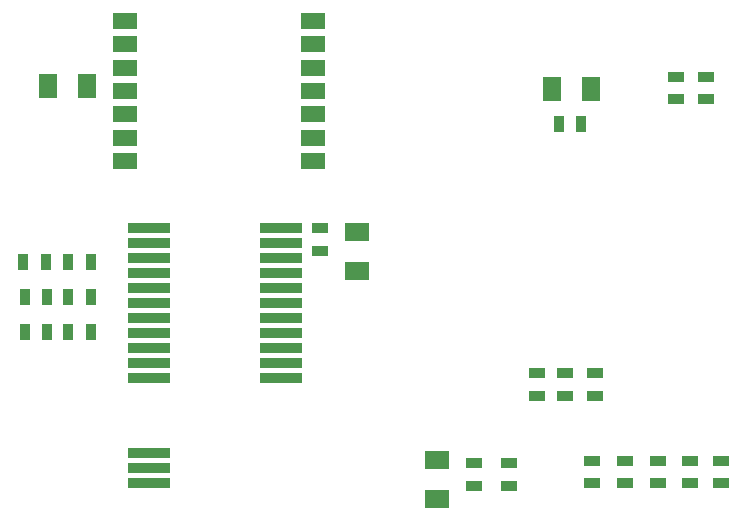
<source format=gtp>
G04 (created by PCBNEW (2013-05-31 BZR 4019)-stable) date 14/03/2014 22:41:48*
%MOIN*%
G04 Gerber Fmt 3.4, Leading zero omitted, Abs format*
%FSLAX34Y34*%
G01*
G70*
G90*
G04 APERTURE LIST*
%ADD10C,0.00590551*%
%ADD11R,0.06X0.08*%
%ADD12R,0.08X0.06*%
%ADD13R,0.035X0.055*%
%ADD14R,0.055X0.035*%
%ADD15R,0.0787X0.0551*%
%ADD16R,0.141732X0.0350394*%
G04 APERTURE END LIST*
G54D10*
G54D11*
X46457Y-33248D03*
X45157Y-33248D03*
X61940Y-33350D03*
X63240Y-33350D03*
G54D12*
X58110Y-45688D03*
X58110Y-46988D03*
X55472Y-39390D03*
X55472Y-38090D03*
G54D13*
X45075Y-39085D03*
X44325Y-39085D03*
X46575Y-39085D03*
X45825Y-39085D03*
G54D14*
X54212Y-38721D03*
X54212Y-37971D03*
G54D13*
X62184Y-34488D03*
X62934Y-34488D03*
G54D14*
X63300Y-45725D03*
X63300Y-46475D03*
X67100Y-33675D03*
X67100Y-32925D03*
X66100Y-33675D03*
X66100Y-32925D03*
G54D13*
X46575Y-41418D03*
X45825Y-41418D03*
X45125Y-40267D03*
X44375Y-40267D03*
X46575Y-40267D03*
X45825Y-40267D03*
G54D14*
X59370Y-45806D03*
X59370Y-46556D03*
X60527Y-45802D03*
X60527Y-46552D03*
X65500Y-46475D03*
X65500Y-45725D03*
X66550Y-46475D03*
X66550Y-45725D03*
X64400Y-46475D03*
X64400Y-45725D03*
X67600Y-46475D03*
X67600Y-45725D03*
G54D13*
X45125Y-41418D03*
X44375Y-41418D03*
G54D15*
X53980Y-35743D03*
X53991Y-34955D03*
X53991Y-34168D03*
X53991Y-33400D03*
X53991Y-32632D03*
X53991Y-31845D03*
X53991Y-31057D03*
X47731Y-31057D03*
X47731Y-31845D03*
X47731Y-32632D03*
X47731Y-33400D03*
X47731Y-34168D03*
X47731Y-34955D03*
X47731Y-35743D03*
G54D14*
X61456Y-42813D03*
X61456Y-43563D03*
X63385Y-43563D03*
X63385Y-42813D03*
X62401Y-42813D03*
X62401Y-43563D03*
G54D16*
X48531Y-37960D03*
X48531Y-38460D03*
X48531Y-38960D03*
X48531Y-39460D03*
X48531Y-39960D03*
X48531Y-40460D03*
X48531Y-40960D03*
X48531Y-41460D03*
X48531Y-41960D03*
X48531Y-42460D03*
X48531Y-42960D03*
X48531Y-45460D03*
X48531Y-45960D03*
X48531Y-46460D03*
X52925Y-42960D03*
X52925Y-42460D03*
X52925Y-41960D03*
X52925Y-41460D03*
X52925Y-40960D03*
X52925Y-40460D03*
X52925Y-39960D03*
X52925Y-39460D03*
X52925Y-38960D03*
X52925Y-38460D03*
X52925Y-37960D03*
M02*

</source>
